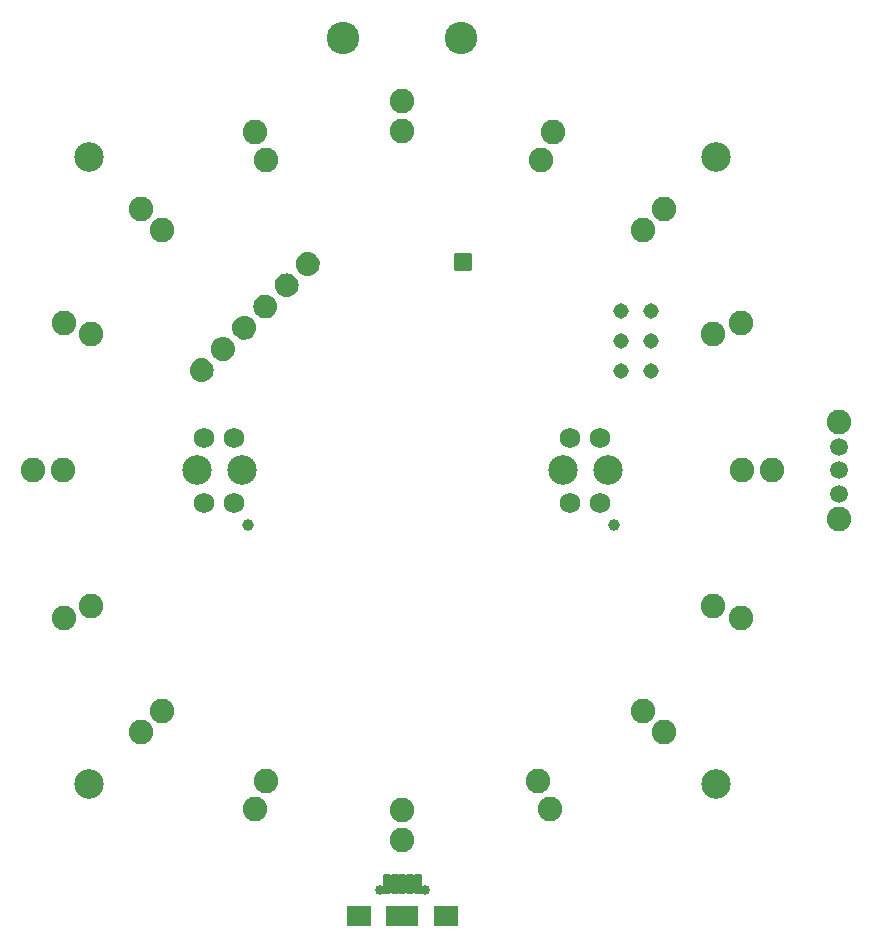
<source format=gbs>
G04 #@! TF.GenerationSoftware,KiCad,Pcbnew,(6.0.4-0)*
G04 #@! TF.CreationDate,2022-11-18T23:15:20+01:00*
G04 #@! TF.ProjectId,iO_Atletehe_rev1,694f5f41-746c-4657-9465-68655f726576,rev?*
G04 #@! TF.SameCoordinates,Original*
G04 #@! TF.FileFunction,Soldermask,Bot*
G04 #@! TF.FilePolarity,Negative*
%FSLAX46Y46*%
G04 Gerber Fmt 4.6, Leading zero omitted, Abs format (unit mm)*
G04 Created by KiCad (PCBNEW (6.0.4-0)) date 2022-11-18 23:15:20*
%MOMM*%
%LPD*%
G01*
G04 APERTURE LIST*
G04 Aperture macros list*
%AMRoundRect*
0 Rectangle with rounded corners*
0 $1 Rounding radius*
0 $2 $3 $4 $5 $6 $7 $8 $9 X,Y pos of 4 corners*
0 Add a 4 corners polygon primitive as box body*
4,1,4,$2,$3,$4,$5,$6,$7,$8,$9,$2,$3,0*
0 Add four circle primitives for the rounded corners*
1,1,$1+$1,$2,$3*
1,1,$1+$1,$4,$5*
1,1,$1+$1,$6,$7*
1,1,$1+$1,$8,$9*
0 Add four rect primitives between the rounded corners*
20,1,$1+$1,$2,$3,$4,$5,0*
20,1,$1+$1,$4,$5,$6,$7,0*
20,1,$1+$1,$6,$7,$8,$9,0*
20,1,$1+$1,$8,$9,$2,$3,0*%
G04 Aperture macros list end*
%ADD10C,1.308000*%
%ADD11C,2.082800*%
%ADD12C,2.499990*%
%ADD13C,2.500009*%
%ADD14C,2.500000*%
%ADD15C,1.000000*%
%ADD16C,1.753200*%
%ADD17RoundRect,0.101600X0.654000X-0.654000X0.654000X0.654000X-0.654000X0.654000X-0.654000X-0.654000X0*%
%ADD18RoundRect,0.101600X-0.200000X-0.725000X0.200000X-0.725000X0.200000X0.725000X-0.200000X0.725000X0*%
%ADD19C,0.850000*%
%ADD20C,2.743200*%
%ADD21C,1.503200*%
%ADD22C,2.078200*%
G04 APERTURE END LIST*
G36*
X137102569Y-90128267D02*
G01*
X137294528Y-90189555D01*
X137470841Y-90287115D01*
X137619958Y-90413159D01*
X137578972Y-90461648D01*
X137628479Y-90421898D01*
X137747448Y-90570066D01*
X137838107Y-90744151D01*
X137893050Y-90932580D01*
X137910167Y-91128108D01*
X137888799Y-91323218D01*
X137829768Y-91510406D01*
X137735344Y-91682477D01*
X137613178Y-91828022D01*
X137564546Y-91787201D01*
X137605478Y-91835741D01*
X137459471Y-91958868D01*
X137286772Y-92054169D01*
X137098800Y-92113945D01*
X136902779Y-92135903D01*
X136706239Y-92119196D01*
X136513694Y-92063588D01*
X136189419Y-91853131D01*
X136057670Y-91696471D01*
X135960566Y-91519929D01*
X135899774Y-91327832D01*
X135877632Y-91127567D01*
X135894989Y-90926830D01*
X135952064Y-90730298D01*
X136168058Y-90398594D01*
X136328811Y-90270529D01*
X136507883Y-90178132D01*
X136701541Y-90122444D01*
X136902342Y-90105607D01*
X137102569Y-90128267D01*
G37*
G36*
X131714416Y-95516421D02*
G01*
X131906374Y-95577709D01*
X132082688Y-95675269D01*
X132231804Y-95801313D01*
X132190818Y-95849801D01*
X132240325Y-95810051D01*
X132359294Y-95958220D01*
X132449953Y-96132305D01*
X132504896Y-96320734D01*
X132522013Y-96516262D01*
X132500645Y-96711372D01*
X132441614Y-96898560D01*
X132347190Y-97070630D01*
X132225025Y-97216176D01*
X132176396Y-97175359D01*
X132217325Y-97223894D01*
X132071318Y-97347021D01*
X131898619Y-97442322D01*
X131710647Y-97502098D01*
X131514626Y-97524055D01*
X131318086Y-97507349D01*
X131125541Y-97451741D01*
X130801266Y-97241284D01*
X130669516Y-97084625D01*
X130572412Y-96908083D01*
X130511620Y-96715985D01*
X130489478Y-96515721D01*
X130506836Y-96314984D01*
X130563911Y-96118452D01*
X130779905Y-95786748D01*
X130940657Y-95658682D01*
X131119730Y-95566285D01*
X131313387Y-95510597D01*
X131514188Y-95493760D01*
X131714416Y-95516421D01*
G37*
G36*
X140694672Y-86536165D02*
G01*
X140886630Y-86597453D01*
X141062944Y-86695013D01*
X141212060Y-86821057D01*
X141171074Y-86869545D01*
X141220581Y-86829795D01*
X141339550Y-86977964D01*
X141430209Y-87152048D01*
X141485152Y-87340478D01*
X141502269Y-87536006D01*
X141480901Y-87731116D01*
X141421870Y-87918304D01*
X141327446Y-88090374D01*
X141205281Y-88235919D01*
X141156648Y-88195099D01*
X141197580Y-88243638D01*
X141051573Y-88366766D01*
X140878875Y-88462066D01*
X140690902Y-88521843D01*
X140494881Y-88543800D01*
X140298341Y-88527093D01*
X140105797Y-88471486D01*
X139781522Y-88261028D01*
X139649772Y-88104369D01*
X139552668Y-87927827D01*
X139491876Y-87735729D01*
X139469735Y-87535464D01*
X139487092Y-87334727D01*
X139544167Y-87138196D01*
X139760161Y-86806492D01*
X139920913Y-86678426D01*
X140099986Y-86586029D01*
X140293643Y-86530341D01*
X140494444Y-86513504D01*
X140694672Y-86536165D01*
G37*
G36*
X133510467Y-93720370D02*
G01*
X133702425Y-93781657D01*
X133878739Y-93879218D01*
X134027856Y-94005262D01*
X133986870Y-94053750D01*
X134036376Y-94014000D01*
X134155346Y-94162169D01*
X134246004Y-94336253D01*
X134300947Y-94524682D01*
X134318064Y-94720211D01*
X134296696Y-94915321D01*
X134237665Y-95102509D01*
X134143241Y-95274579D01*
X134021076Y-95420124D01*
X133972443Y-95379304D01*
X134013375Y-95427843D01*
X133867368Y-95550971D01*
X133694670Y-95646271D01*
X133506697Y-95706048D01*
X133310676Y-95728005D01*
X133114136Y-95711298D01*
X132921592Y-95655691D01*
X132597317Y-95445233D01*
X132465567Y-95288573D01*
X132368463Y-95112032D01*
X132307671Y-94919934D01*
X132285530Y-94719669D01*
X132302887Y-94518932D01*
X132359962Y-94322400D01*
X132575956Y-93990697D01*
X132736708Y-93862631D01*
X132915781Y-93770234D01*
X133109438Y-93714546D01*
X133310239Y-93697709D01*
X133510467Y-93720370D01*
G37*
G36*
X135306518Y-91924319D02*
G01*
X135498476Y-91985606D01*
X135674790Y-92083167D01*
X135823907Y-92209210D01*
X135782921Y-92257699D01*
X135832427Y-92217949D01*
X135951397Y-92366117D01*
X136042056Y-92540202D01*
X136096999Y-92728631D01*
X136114115Y-92924160D01*
X136092747Y-93119270D01*
X136033717Y-93306458D01*
X135939292Y-93478528D01*
X135817127Y-93624073D01*
X135768494Y-93583253D01*
X135809427Y-93631792D01*
X135663420Y-93754920D01*
X135490721Y-93850220D01*
X135302749Y-93909997D01*
X135106727Y-93931954D01*
X134910188Y-93915247D01*
X134717643Y-93859639D01*
X134393368Y-93649182D01*
X134261619Y-93492522D01*
X134164515Y-93315980D01*
X134103722Y-93123883D01*
X134081581Y-92923618D01*
X134098938Y-92722881D01*
X134156013Y-92526349D01*
X134372007Y-92194645D01*
X134532760Y-92066580D01*
X134711832Y-91974183D01*
X134905490Y-91918495D01*
X135106290Y-91901658D01*
X135306518Y-91924319D01*
G37*
G36*
X138898621Y-88332216D02*
G01*
X139090579Y-88393504D01*
X139266892Y-88491064D01*
X139416009Y-88617108D01*
X139375023Y-88665596D01*
X139424530Y-88625846D01*
X139543499Y-88774015D01*
X139634158Y-88948100D01*
X139689101Y-89136529D01*
X139706218Y-89332057D01*
X139684850Y-89527167D01*
X139625819Y-89714355D01*
X139531395Y-89886425D01*
X139409230Y-90031971D01*
X139360597Y-89991150D01*
X139401529Y-90039689D01*
X139255522Y-90162817D01*
X139082823Y-90258118D01*
X138894851Y-90317894D01*
X138698830Y-90339851D01*
X138502290Y-90323144D01*
X138309746Y-90267537D01*
X137985471Y-90057079D01*
X137853721Y-89900420D01*
X137756617Y-89723878D01*
X137695825Y-89531780D01*
X137673683Y-89331516D01*
X137691041Y-89130779D01*
X137748115Y-88934247D01*
X137964110Y-88602543D01*
X138124862Y-88474477D01*
X138303935Y-88382081D01*
X138497592Y-88326392D01*
X138698393Y-88309555D01*
X138898621Y-88332216D01*
G37*
G36*
X145817100Y-143603600D02*
G01*
X143817100Y-143603600D01*
X143817100Y-141903600D01*
X145817100Y-141903600D01*
X145817100Y-143603600D01*
G37*
G36*
X153185100Y-143603600D02*
G01*
X151185100Y-143603600D01*
X151185100Y-141903600D01*
X153185100Y-141903600D01*
X153185100Y-143603600D01*
G37*
G36*
X149851100Y-143603600D02*
G01*
X147151100Y-143603600D01*
X147151100Y-141903600D01*
X149851100Y-141903600D01*
X149851100Y-143603600D01*
G37*
D10*
X166979600Y-94030800D03*
X169519600Y-94030800D03*
X166979600Y-96570800D03*
X169519600Y-96570800D03*
X169519600Y-91490800D03*
X166979600Y-91490800D03*
D11*
X177231100Y-105003600D03*
X179771100Y-105003600D03*
X168853074Y-125355574D03*
X170649126Y-127151626D03*
X136987108Y-131330273D03*
X136015092Y-133676927D03*
X128149126Y-125355574D03*
X126353074Y-127151626D03*
X128149126Y-84651626D03*
X126353074Y-82855574D03*
X174827773Y-116517592D03*
X177174427Y-117489608D03*
X122174427Y-116517592D03*
X119827773Y-117489608D03*
D12*
X121984596Y-131520104D03*
D13*
X175017603Y-131520104D03*
D11*
X136987108Y-78676927D03*
X136015092Y-76330273D03*
X119771100Y-105003600D03*
X117231100Y-105003600D03*
X122174427Y-93489608D03*
X119827773Y-92517592D03*
D14*
X165901100Y-105003600D03*
D15*
X166451100Y-109653600D03*
D14*
X162101100Y-105003600D03*
D16*
X162731100Y-107753600D03*
X165271100Y-107753600D03*
X165271100Y-102253600D03*
X162731100Y-102253600D03*
D11*
X160265092Y-78676927D03*
X161237108Y-76330273D03*
X148501100Y-133733600D03*
X148501100Y-136273600D03*
X168853074Y-84651626D03*
X170649126Y-82855574D03*
D12*
X121984596Y-78487097D03*
D11*
X160015092Y-131330273D03*
X160987108Y-133676927D03*
D17*
X153626100Y-87378600D03*
D13*
X175017603Y-78487097D03*
D15*
X135451100Y-109653600D03*
D14*
X131101100Y-105003600D03*
X134901100Y-105003600D03*
D16*
X131731100Y-107753600D03*
X134271100Y-107753600D03*
X134271100Y-102253600D03*
X131731100Y-102253600D03*
D11*
X174827773Y-93489608D03*
X177174427Y-92517592D03*
X148501100Y-76273600D03*
X148501100Y-73733600D03*
D18*
X149801100Y-140028600D03*
X147851100Y-140028600D03*
X147201100Y-140028600D03*
X149151100Y-140028600D03*
X148501100Y-140028600D03*
D19*
X150401100Y-140553600D03*
X146601100Y-140553600D03*
D20*
X153471100Y-68403600D03*
X143471100Y-68403600D03*
D21*
X185501100Y-103003600D03*
X185501100Y-105003600D03*
X185501100Y-107003600D03*
D22*
X185501100Y-100903600D03*
X185501100Y-109103600D03*
M02*

</source>
